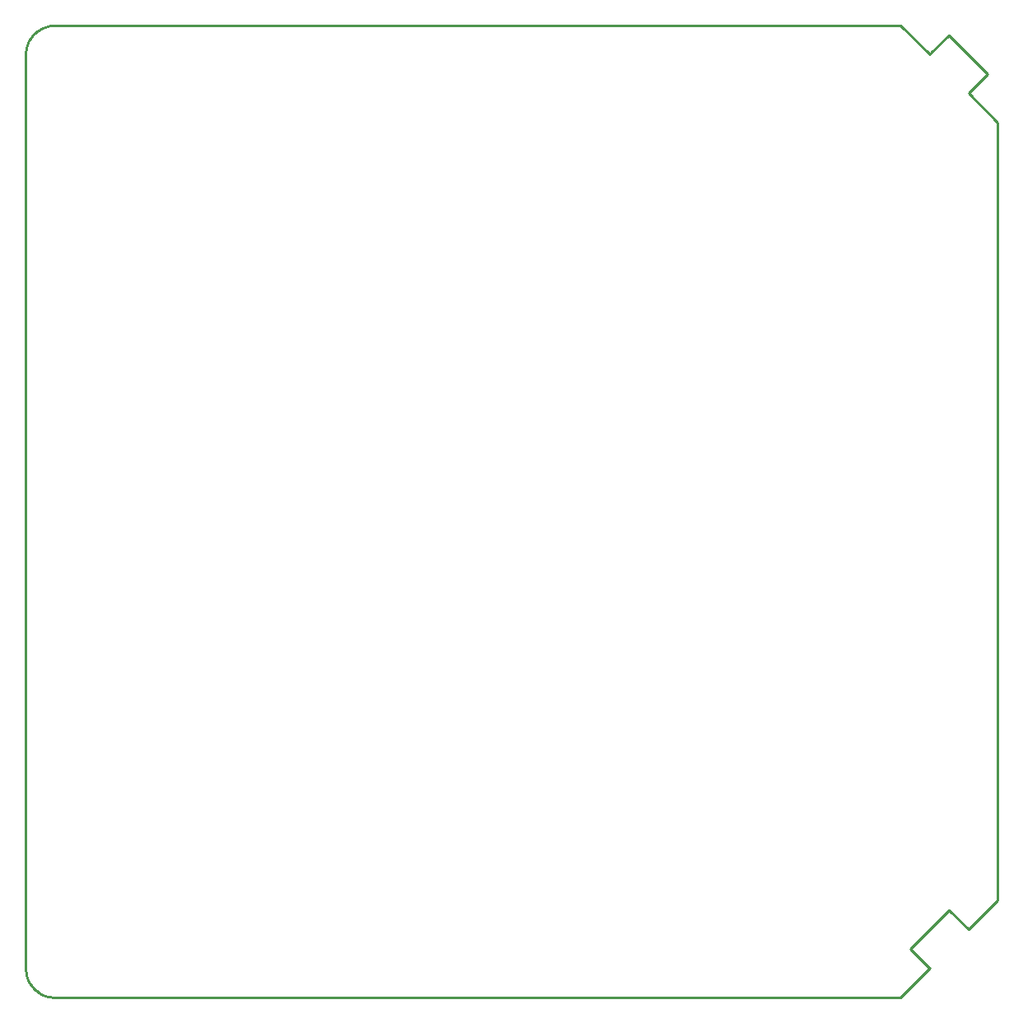
<source format=gko>
G04*
G04 #@! TF.GenerationSoftware,Altium Limited,Altium Designer,20.0.2 (26)*
G04*
G04 Layer_Color=16711935*
%FSLAX25Y25*%
%MOIN*%
G70*
G01*
G75*
%ADD10C,0.01000*%
D10*
X0Y11811D02*
X40Y10836D01*
X161Y9867D01*
X361Y8912D01*
X640Y7976D01*
X995Y7067D01*
X1424Y6190D01*
X1923Y5351D01*
X2490Y4557D01*
X3121Y3812D01*
X3812Y3121D01*
X4557Y2490D01*
X5351Y1923D01*
X6190Y1424D01*
X7067Y995D01*
X7976Y640D01*
X8912Y361D01*
X9867Y161D01*
X10836Y40D01*
X11811Y0D01*
Y393701D02*
X10836Y393660D01*
X9867Y393540D01*
X8912Y393339D01*
X7976Y393061D01*
X7067Y392706D01*
X6190Y392277D01*
X5351Y391778D01*
X4557Y391210D01*
X3812Y390579D01*
X3121Y389889D01*
X2490Y389144D01*
X1923Y388350D01*
X1424Y387511D01*
X995Y386634D01*
X640Y385725D01*
X361Y384789D01*
X161Y383834D01*
X40Y382865D01*
X0Y381890D01*
X381890Y366141D02*
X389760Y374011D01*
X374020Y389761D02*
X389760Y374011D01*
X366760Y382511D02*
X374020Y389761D01*
X366142Y381890D02*
X366760Y382511D01*
X354331Y393701D02*
X366142Y381890D01*
X381890Y366141D02*
X393701Y354331D01*
X374021Y35429D02*
X381891Y27559D01*
X358271Y19689D02*
X374021Y35429D01*
X381891Y27559D02*
X393701Y39370D01*
Y39370D02*
Y354331D01*
X0Y11811D02*
X0Y381890D01*
X11811Y393701D02*
X354331Y393701D01*
X11811Y-0D02*
X354331Y-0D01*
X358271Y19689D02*
X365521Y12429D01*
X366142Y11811D01*
X354331Y-0D02*
X366142Y11811D01*
M02*

</source>
